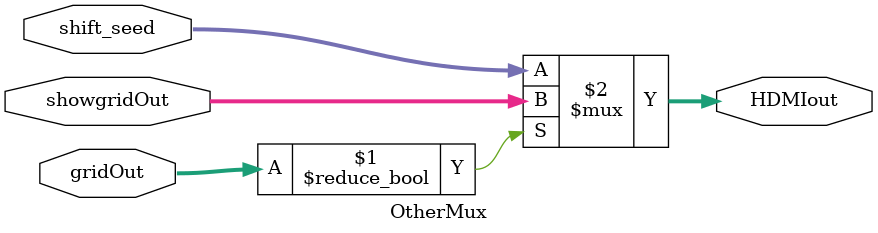
<source format=sv>
module OtherMux (shift_seed, gridOut, showgridOut, HDMIout); 
  input logic [63:0] shift_seed;
  input logic [63:0] gridOut;
  input logic [63:0] showgridOut;
  output logic [63:0] HDMIout;

  assign HDMIout[63:0] = gridOut ? showgridOut[63:0] : shift_seed [63:0]; 

endmodule
</source>
